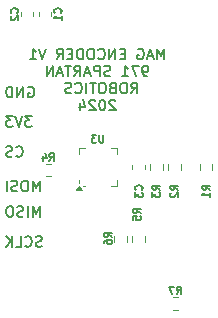
<source format=gbr>
%TF.GenerationSoftware,KiCad,Pcbnew,8.0.4-8.0.4-0~ubuntu22.04.1*%
%TF.CreationDate,2024-08-24T22:10:27-07:00*%
%TF.ProjectId,mag-encoder,6d61672d-656e-4636-9f64-65722e6b6963,0*%
%TF.SameCoordinates,Original*%
%TF.FileFunction,Legend,Bot*%
%TF.FilePolarity,Positive*%
%FSLAX46Y46*%
G04 Gerber Fmt 4.6, Leading zero omitted, Abs format (unit mm)*
G04 Created by KiCad (PCBNEW 8.0.4-8.0.4-0~ubuntu22.04.1) date 2024-08-24 22:10:27*
%MOMM*%
%LPD*%
G01*
G04 APERTURE LIST*
%ADD10C,0.152400*%
%ADD11C,0.127000*%
%ADD12C,0.120000*%
G04 APERTURE END LIST*
D10*
X223620263Y-122619677D02*
X223662596Y-122662011D01*
X223662596Y-122662011D02*
X223789596Y-122704344D01*
X223789596Y-122704344D02*
X223874263Y-122704344D01*
X223874263Y-122704344D02*
X224001263Y-122662011D01*
X224001263Y-122662011D02*
X224085930Y-122577344D01*
X224085930Y-122577344D02*
X224128263Y-122492677D01*
X224128263Y-122492677D02*
X224170596Y-122323344D01*
X224170596Y-122323344D02*
X224170596Y-122196344D01*
X224170596Y-122196344D02*
X224128263Y-122027011D01*
X224128263Y-122027011D02*
X224085930Y-121942344D01*
X224085930Y-121942344D02*
X224001263Y-121857677D01*
X224001263Y-121857677D02*
X223874263Y-121815344D01*
X223874263Y-121815344D02*
X223789596Y-121815344D01*
X223789596Y-121815344D02*
X223662596Y-121857677D01*
X223662596Y-121857677D02*
X223620263Y-121900011D01*
X223281596Y-122662011D02*
X223154596Y-122704344D01*
X223154596Y-122704344D02*
X222942930Y-122704344D01*
X222942930Y-122704344D02*
X222858263Y-122662011D01*
X222858263Y-122662011D02*
X222815930Y-122619677D01*
X222815930Y-122619677D02*
X222773596Y-122535011D01*
X222773596Y-122535011D02*
X222773596Y-122450344D01*
X222773596Y-122450344D02*
X222815930Y-122365677D01*
X222815930Y-122365677D02*
X222858263Y-122323344D01*
X222858263Y-122323344D02*
X222942930Y-122281011D01*
X222942930Y-122281011D02*
X223112263Y-122238677D01*
X223112263Y-122238677D02*
X223196930Y-122196344D01*
X223196930Y-122196344D02*
X223239263Y-122154011D01*
X223239263Y-122154011D02*
X223281596Y-122069344D01*
X223281596Y-122069344D02*
X223281596Y-121984677D01*
X223281596Y-121984677D02*
X223239263Y-121900011D01*
X223239263Y-121900011D02*
X223196930Y-121857677D01*
X223196930Y-121857677D02*
X223112263Y-121815344D01*
X223112263Y-121815344D02*
X222900596Y-121815344D01*
X222900596Y-121815344D02*
X222773596Y-121857677D01*
X224636262Y-116803077D02*
X224720929Y-116760744D01*
X224720929Y-116760744D02*
X224847929Y-116760744D01*
X224847929Y-116760744D02*
X224974929Y-116803077D01*
X224974929Y-116803077D02*
X225059596Y-116887744D01*
X225059596Y-116887744D02*
X225101929Y-116972411D01*
X225101929Y-116972411D02*
X225144262Y-117141744D01*
X225144262Y-117141744D02*
X225144262Y-117268744D01*
X225144262Y-117268744D02*
X225101929Y-117438077D01*
X225101929Y-117438077D02*
X225059596Y-117522744D01*
X225059596Y-117522744D02*
X224974929Y-117607411D01*
X224974929Y-117607411D02*
X224847929Y-117649744D01*
X224847929Y-117649744D02*
X224763262Y-117649744D01*
X224763262Y-117649744D02*
X224636262Y-117607411D01*
X224636262Y-117607411D02*
X224593929Y-117565077D01*
X224593929Y-117565077D02*
X224593929Y-117268744D01*
X224593929Y-117268744D02*
X224763262Y-117268744D01*
X224212929Y-117649744D02*
X224212929Y-116760744D01*
X224212929Y-116760744D02*
X223704929Y-117649744D01*
X223704929Y-117649744D02*
X223704929Y-116760744D01*
X223281596Y-117649744D02*
X223281596Y-116760744D01*
X223281596Y-116760744D02*
X223069929Y-116760744D01*
X223069929Y-116760744D02*
X222942929Y-116803077D01*
X222942929Y-116803077D02*
X222858263Y-116887744D01*
X222858263Y-116887744D02*
X222815929Y-116972411D01*
X222815929Y-116972411D02*
X222773596Y-117141744D01*
X222773596Y-117141744D02*
X222773596Y-117268744D01*
X222773596Y-117268744D02*
X222815929Y-117438077D01*
X222815929Y-117438077D02*
X222858263Y-117522744D01*
X222858263Y-117522744D02*
X222942929Y-117607411D01*
X222942929Y-117607411D02*
X223069929Y-117649744D01*
X223069929Y-117649744D02*
X223281596Y-117649744D01*
X225609929Y-127784344D02*
X225609929Y-126895344D01*
X225609929Y-126895344D02*
X225313596Y-127530344D01*
X225313596Y-127530344D02*
X225017262Y-126895344D01*
X225017262Y-126895344D02*
X225017262Y-127784344D01*
X224593929Y-127784344D02*
X224593929Y-126895344D01*
X224212929Y-127742011D02*
X224085929Y-127784344D01*
X224085929Y-127784344D02*
X223874263Y-127784344D01*
X223874263Y-127784344D02*
X223789596Y-127742011D01*
X223789596Y-127742011D02*
X223747263Y-127699677D01*
X223747263Y-127699677D02*
X223704929Y-127615011D01*
X223704929Y-127615011D02*
X223704929Y-127530344D01*
X223704929Y-127530344D02*
X223747263Y-127445677D01*
X223747263Y-127445677D02*
X223789596Y-127403344D01*
X223789596Y-127403344D02*
X223874263Y-127361011D01*
X223874263Y-127361011D02*
X224043596Y-127318677D01*
X224043596Y-127318677D02*
X224128263Y-127276344D01*
X224128263Y-127276344D02*
X224170596Y-127234011D01*
X224170596Y-127234011D02*
X224212929Y-127149344D01*
X224212929Y-127149344D02*
X224212929Y-127064677D01*
X224212929Y-127064677D02*
X224170596Y-126980011D01*
X224170596Y-126980011D02*
X224128263Y-126937677D01*
X224128263Y-126937677D02*
X224043596Y-126895344D01*
X224043596Y-126895344D02*
X223831929Y-126895344D01*
X223831929Y-126895344D02*
X223704929Y-126937677D01*
X223154596Y-126895344D02*
X222985262Y-126895344D01*
X222985262Y-126895344D02*
X222900596Y-126937677D01*
X222900596Y-126937677D02*
X222815929Y-127022344D01*
X222815929Y-127022344D02*
X222773596Y-127191677D01*
X222773596Y-127191677D02*
X222773596Y-127488011D01*
X222773596Y-127488011D02*
X222815929Y-127657344D01*
X222815929Y-127657344D02*
X222900596Y-127742011D01*
X222900596Y-127742011D02*
X222985262Y-127784344D01*
X222985262Y-127784344D02*
X223154596Y-127784344D01*
X223154596Y-127784344D02*
X223239262Y-127742011D01*
X223239262Y-127742011D02*
X223323929Y-127657344D01*
X223323929Y-127657344D02*
X223366262Y-127488011D01*
X223366262Y-127488011D02*
X223366262Y-127191677D01*
X223366262Y-127191677D02*
X223323929Y-127022344D01*
X223323929Y-127022344D02*
X223239262Y-126937677D01*
X223239262Y-126937677D02*
X223154596Y-126895344D01*
X224932597Y-119275344D02*
X224382263Y-119275344D01*
X224382263Y-119275344D02*
X224678597Y-119614011D01*
X224678597Y-119614011D02*
X224551597Y-119614011D01*
X224551597Y-119614011D02*
X224466930Y-119656344D01*
X224466930Y-119656344D02*
X224424597Y-119698677D01*
X224424597Y-119698677D02*
X224382263Y-119783344D01*
X224382263Y-119783344D02*
X224382263Y-119995011D01*
X224382263Y-119995011D02*
X224424597Y-120079677D01*
X224424597Y-120079677D02*
X224466930Y-120122011D01*
X224466930Y-120122011D02*
X224551597Y-120164344D01*
X224551597Y-120164344D02*
X224805597Y-120164344D01*
X224805597Y-120164344D02*
X224890263Y-120122011D01*
X224890263Y-120122011D02*
X224932597Y-120079677D01*
X224128263Y-119275344D02*
X223831930Y-120164344D01*
X223831930Y-120164344D02*
X223535596Y-119275344D01*
X223323930Y-119275344D02*
X222773596Y-119275344D01*
X222773596Y-119275344D02*
X223069930Y-119614011D01*
X223069930Y-119614011D02*
X222942930Y-119614011D01*
X222942930Y-119614011D02*
X222858263Y-119656344D01*
X222858263Y-119656344D02*
X222815930Y-119698677D01*
X222815930Y-119698677D02*
X222773596Y-119783344D01*
X222773596Y-119783344D02*
X222773596Y-119995011D01*
X222773596Y-119995011D02*
X222815930Y-120079677D01*
X222815930Y-120079677D02*
X222858263Y-120122011D01*
X222858263Y-120122011D02*
X222942930Y-120164344D01*
X222942930Y-120164344D02*
X223196930Y-120164344D01*
X223196930Y-120164344D02*
X223281596Y-120122011D01*
X223281596Y-120122011D02*
X223323930Y-120079677D01*
X236177665Y-114461408D02*
X236177665Y-113572408D01*
X236177665Y-113572408D02*
X235881332Y-114207408D01*
X235881332Y-114207408D02*
X235584998Y-113572408D01*
X235584998Y-113572408D02*
X235584998Y-114461408D01*
X235203998Y-114207408D02*
X234780665Y-114207408D01*
X235288665Y-114461408D02*
X234992332Y-113572408D01*
X234992332Y-113572408D02*
X234695998Y-114461408D01*
X233933998Y-113614741D02*
X234018665Y-113572408D01*
X234018665Y-113572408D02*
X234145665Y-113572408D01*
X234145665Y-113572408D02*
X234272665Y-113614741D01*
X234272665Y-113614741D02*
X234357332Y-113699408D01*
X234357332Y-113699408D02*
X234399665Y-113784075D01*
X234399665Y-113784075D02*
X234441998Y-113953408D01*
X234441998Y-113953408D02*
X234441998Y-114080408D01*
X234441998Y-114080408D02*
X234399665Y-114249741D01*
X234399665Y-114249741D02*
X234357332Y-114334408D01*
X234357332Y-114334408D02*
X234272665Y-114419075D01*
X234272665Y-114419075D02*
X234145665Y-114461408D01*
X234145665Y-114461408D02*
X234060998Y-114461408D01*
X234060998Y-114461408D02*
X233933998Y-114419075D01*
X233933998Y-114419075D02*
X233891665Y-114376741D01*
X233891665Y-114376741D02*
X233891665Y-114080408D01*
X233891665Y-114080408D02*
X234060998Y-114080408D01*
X232833332Y-113995741D02*
X232536999Y-113995741D01*
X232409999Y-114461408D02*
X232833332Y-114461408D01*
X232833332Y-114461408D02*
X232833332Y-113572408D01*
X232833332Y-113572408D02*
X232409999Y-113572408D01*
X232028999Y-114461408D02*
X232028999Y-113572408D01*
X232028999Y-113572408D02*
X231520999Y-114461408D01*
X231520999Y-114461408D02*
X231520999Y-113572408D01*
X230589666Y-114376741D02*
X230631999Y-114419075D01*
X230631999Y-114419075D02*
X230758999Y-114461408D01*
X230758999Y-114461408D02*
X230843666Y-114461408D01*
X230843666Y-114461408D02*
X230970666Y-114419075D01*
X230970666Y-114419075D02*
X231055333Y-114334408D01*
X231055333Y-114334408D02*
X231097666Y-114249741D01*
X231097666Y-114249741D02*
X231139999Y-114080408D01*
X231139999Y-114080408D02*
X231139999Y-113953408D01*
X231139999Y-113953408D02*
X231097666Y-113784075D01*
X231097666Y-113784075D02*
X231055333Y-113699408D01*
X231055333Y-113699408D02*
X230970666Y-113614741D01*
X230970666Y-113614741D02*
X230843666Y-113572408D01*
X230843666Y-113572408D02*
X230758999Y-113572408D01*
X230758999Y-113572408D02*
X230631999Y-113614741D01*
X230631999Y-113614741D02*
X230589666Y-113657075D01*
X230039333Y-113572408D02*
X229869999Y-113572408D01*
X229869999Y-113572408D02*
X229785333Y-113614741D01*
X229785333Y-113614741D02*
X229700666Y-113699408D01*
X229700666Y-113699408D02*
X229658333Y-113868741D01*
X229658333Y-113868741D02*
X229658333Y-114165075D01*
X229658333Y-114165075D02*
X229700666Y-114334408D01*
X229700666Y-114334408D02*
X229785333Y-114419075D01*
X229785333Y-114419075D02*
X229869999Y-114461408D01*
X229869999Y-114461408D02*
X230039333Y-114461408D01*
X230039333Y-114461408D02*
X230123999Y-114419075D01*
X230123999Y-114419075D02*
X230208666Y-114334408D01*
X230208666Y-114334408D02*
X230250999Y-114165075D01*
X230250999Y-114165075D02*
X230250999Y-113868741D01*
X230250999Y-113868741D02*
X230208666Y-113699408D01*
X230208666Y-113699408D02*
X230123999Y-113614741D01*
X230123999Y-113614741D02*
X230039333Y-113572408D01*
X229277333Y-114461408D02*
X229277333Y-113572408D01*
X229277333Y-113572408D02*
X229065666Y-113572408D01*
X229065666Y-113572408D02*
X228938666Y-113614741D01*
X228938666Y-113614741D02*
X228854000Y-113699408D01*
X228854000Y-113699408D02*
X228811666Y-113784075D01*
X228811666Y-113784075D02*
X228769333Y-113953408D01*
X228769333Y-113953408D02*
X228769333Y-114080408D01*
X228769333Y-114080408D02*
X228811666Y-114249741D01*
X228811666Y-114249741D02*
X228854000Y-114334408D01*
X228854000Y-114334408D02*
X228938666Y-114419075D01*
X228938666Y-114419075D02*
X229065666Y-114461408D01*
X229065666Y-114461408D02*
X229277333Y-114461408D01*
X228388333Y-113995741D02*
X228092000Y-113995741D01*
X227965000Y-114461408D02*
X228388333Y-114461408D01*
X228388333Y-114461408D02*
X228388333Y-113572408D01*
X228388333Y-113572408D02*
X227965000Y-113572408D01*
X227076000Y-114461408D02*
X227372333Y-114038075D01*
X227584000Y-114461408D02*
X227584000Y-113572408D01*
X227584000Y-113572408D02*
X227245333Y-113572408D01*
X227245333Y-113572408D02*
X227160667Y-113614741D01*
X227160667Y-113614741D02*
X227118333Y-113657075D01*
X227118333Y-113657075D02*
X227076000Y-113741741D01*
X227076000Y-113741741D02*
X227076000Y-113868741D01*
X227076000Y-113868741D02*
X227118333Y-113953408D01*
X227118333Y-113953408D02*
X227160667Y-113995741D01*
X227160667Y-113995741D02*
X227245333Y-114038075D01*
X227245333Y-114038075D02*
X227584000Y-114038075D01*
X226144667Y-113572408D02*
X225848334Y-114461408D01*
X225848334Y-114461408D02*
X225552000Y-113572408D01*
X224790000Y-114461408D02*
X225298000Y-114461408D01*
X225044000Y-114461408D02*
X225044000Y-113572408D01*
X225044000Y-113572408D02*
X225128667Y-113699408D01*
X225128667Y-113699408D02*
X225213334Y-113784075D01*
X225213334Y-113784075D02*
X225298000Y-113826408D01*
X234738333Y-115892648D02*
X234568999Y-115892648D01*
X234568999Y-115892648D02*
X234484333Y-115850315D01*
X234484333Y-115850315D02*
X234441999Y-115807981D01*
X234441999Y-115807981D02*
X234357333Y-115680981D01*
X234357333Y-115680981D02*
X234314999Y-115511648D01*
X234314999Y-115511648D02*
X234314999Y-115172981D01*
X234314999Y-115172981D02*
X234357333Y-115088315D01*
X234357333Y-115088315D02*
X234399666Y-115045981D01*
X234399666Y-115045981D02*
X234484333Y-115003648D01*
X234484333Y-115003648D02*
X234653666Y-115003648D01*
X234653666Y-115003648D02*
X234738333Y-115045981D01*
X234738333Y-115045981D02*
X234780666Y-115088315D01*
X234780666Y-115088315D02*
X234822999Y-115172981D01*
X234822999Y-115172981D02*
X234822999Y-115384648D01*
X234822999Y-115384648D02*
X234780666Y-115469315D01*
X234780666Y-115469315D02*
X234738333Y-115511648D01*
X234738333Y-115511648D02*
X234653666Y-115553981D01*
X234653666Y-115553981D02*
X234484333Y-115553981D01*
X234484333Y-115553981D02*
X234399666Y-115511648D01*
X234399666Y-115511648D02*
X234357333Y-115469315D01*
X234357333Y-115469315D02*
X234314999Y-115384648D01*
X234018666Y-115003648D02*
X233425999Y-115003648D01*
X233425999Y-115003648D02*
X233806999Y-115892648D01*
X232621665Y-115892648D02*
X233129665Y-115892648D01*
X232875665Y-115892648D02*
X232875665Y-115003648D01*
X232875665Y-115003648D02*
X232960332Y-115130648D01*
X232960332Y-115130648D02*
X233044999Y-115215315D01*
X233044999Y-115215315D02*
X233129665Y-115257648D01*
X231605665Y-115850315D02*
X231478665Y-115892648D01*
X231478665Y-115892648D02*
X231266999Y-115892648D01*
X231266999Y-115892648D02*
X231182332Y-115850315D01*
X231182332Y-115850315D02*
X231139999Y-115807981D01*
X231139999Y-115807981D02*
X231097665Y-115723315D01*
X231097665Y-115723315D02*
X231097665Y-115638648D01*
X231097665Y-115638648D02*
X231139999Y-115553981D01*
X231139999Y-115553981D02*
X231182332Y-115511648D01*
X231182332Y-115511648D02*
X231266999Y-115469315D01*
X231266999Y-115469315D02*
X231436332Y-115426981D01*
X231436332Y-115426981D02*
X231520999Y-115384648D01*
X231520999Y-115384648D02*
X231563332Y-115342315D01*
X231563332Y-115342315D02*
X231605665Y-115257648D01*
X231605665Y-115257648D02*
X231605665Y-115172981D01*
X231605665Y-115172981D02*
X231563332Y-115088315D01*
X231563332Y-115088315D02*
X231520999Y-115045981D01*
X231520999Y-115045981D02*
X231436332Y-115003648D01*
X231436332Y-115003648D02*
X231224665Y-115003648D01*
X231224665Y-115003648D02*
X231097665Y-115045981D01*
X230716665Y-115892648D02*
X230716665Y-115003648D01*
X230716665Y-115003648D02*
X230377998Y-115003648D01*
X230377998Y-115003648D02*
X230293332Y-115045981D01*
X230293332Y-115045981D02*
X230250998Y-115088315D01*
X230250998Y-115088315D02*
X230208665Y-115172981D01*
X230208665Y-115172981D02*
X230208665Y-115299981D01*
X230208665Y-115299981D02*
X230250998Y-115384648D01*
X230250998Y-115384648D02*
X230293332Y-115426981D01*
X230293332Y-115426981D02*
X230377998Y-115469315D01*
X230377998Y-115469315D02*
X230716665Y-115469315D01*
X229869998Y-115638648D02*
X229446665Y-115638648D01*
X229954665Y-115892648D02*
X229658332Y-115003648D01*
X229658332Y-115003648D02*
X229361998Y-115892648D01*
X228557665Y-115892648D02*
X228853998Y-115469315D01*
X229065665Y-115892648D02*
X229065665Y-115003648D01*
X229065665Y-115003648D02*
X228726998Y-115003648D01*
X228726998Y-115003648D02*
X228642332Y-115045981D01*
X228642332Y-115045981D02*
X228599998Y-115088315D01*
X228599998Y-115088315D02*
X228557665Y-115172981D01*
X228557665Y-115172981D02*
X228557665Y-115299981D01*
X228557665Y-115299981D02*
X228599998Y-115384648D01*
X228599998Y-115384648D02*
X228642332Y-115426981D01*
X228642332Y-115426981D02*
X228726998Y-115469315D01*
X228726998Y-115469315D02*
X229065665Y-115469315D01*
X228303665Y-115003648D02*
X227795665Y-115003648D01*
X228049665Y-115892648D02*
X228049665Y-115003648D01*
X227541665Y-115638648D02*
X227118332Y-115638648D01*
X227626332Y-115892648D02*
X227329999Y-115003648D01*
X227329999Y-115003648D02*
X227033665Y-115892648D01*
X226737332Y-115892648D02*
X226737332Y-115003648D01*
X226737332Y-115003648D02*
X226229332Y-115892648D01*
X226229332Y-115892648D02*
X226229332Y-115003648D01*
X233362499Y-117323888D02*
X233658832Y-116900555D01*
X233870499Y-117323888D02*
X233870499Y-116434888D01*
X233870499Y-116434888D02*
X233531832Y-116434888D01*
X233531832Y-116434888D02*
X233447166Y-116477221D01*
X233447166Y-116477221D02*
X233404832Y-116519555D01*
X233404832Y-116519555D02*
X233362499Y-116604221D01*
X233362499Y-116604221D02*
X233362499Y-116731221D01*
X233362499Y-116731221D02*
X233404832Y-116815888D01*
X233404832Y-116815888D02*
X233447166Y-116858221D01*
X233447166Y-116858221D02*
X233531832Y-116900555D01*
X233531832Y-116900555D02*
X233870499Y-116900555D01*
X232812166Y-116434888D02*
X232642832Y-116434888D01*
X232642832Y-116434888D02*
X232558166Y-116477221D01*
X232558166Y-116477221D02*
X232473499Y-116561888D01*
X232473499Y-116561888D02*
X232431166Y-116731221D01*
X232431166Y-116731221D02*
X232431166Y-117027555D01*
X232431166Y-117027555D02*
X232473499Y-117196888D01*
X232473499Y-117196888D02*
X232558166Y-117281555D01*
X232558166Y-117281555D02*
X232642832Y-117323888D01*
X232642832Y-117323888D02*
X232812166Y-117323888D01*
X232812166Y-117323888D02*
X232896832Y-117281555D01*
X232896832Y-117281555D02*
X232981499Y-117196888D01*
X232981499Y-117196888D02*
X233023832Y-117027555D01*
X233023832Y-117027555D02*
X233023832Y-116731221D01*
X233023832Y-116731221D02*
X232981499Y-116561888D01*
X232981499Y-116561888D02*
X232896832Y-116477221D01*
X232896832Y-116477221D02*
X232812166Y-116434888D01*
X231753833Y-116858221D02*
X231626833Y-116900555D01*
X231626833Y-116900555D02*
X231584499Y-116942888D01*
X231584499Y-116942888D02*
X231542166Y-117027555D01*
X231542166Y-117027555D02*
X231542166Y-117154555D01*
X231542166Y-117154555D02*
X231584499Y-117239221D01*
X231584499Y-117239221D02*
X231626833Y-117281555D01*
X231626833Y-117281555D02*
X231711499Y-117323888D01*
X231711499Y-117323888D02*
X232050166Y-117323888D01*
X232050166Y-117323888D02*
X232050166Y-116434888D01*
X232050166Y-116434888D02*
X231753833Y-116434888D01*
X231753833Y-116434888D02*
X231669166Y-116477221D01*
X231669166Y-116477221D02*
X231626833Y-116519555D01*
X231626833Y-116519555D02*
X231584499Y-116604221D01*
X231584499Y-116604221D02*
X231584499Y-116688888D01*
X231584499Y-116688888D02*
X231626833Y-116773555D01*
X231626833Y-116773555D02*
X231669166Y-116815888D01*
X231669166Y-116815888D02*
X231753833Y-116858221D01*
X231753833Y-116858221D02*
X232050166Y-116858221D01*
X230991833Y-116434888D02*
X230822499Y-116434888D01*
X230822499Y-116434888D02*
X230737833Y-116477221D01*
X230737833Y-116477221D02*
X230653166Y-116561888D01*
X230653166Y-116561888D02*
X230610833Y-116731221D01*
X230610833Y-116731221D02*
X230610833Y-117027555D01*
X230610833Y-117027555D02*
X230653166Y-117196888D01*
X230653166Y-117196888D02*
X230737833Y-117281555D01*
X230737833Y-117281555D02*
X230822499Y-117323888D01*
X230822499Y-117323888D02*
X230991833Y-117323888D01*
X230991833Y-117323888D02*
X231076499Y-117281555D01*
X231076499Y-117281555D02*
X231161166Y-117196888D01*
X231161166Y-117196888D02*
X231203499Y-117027555D01*
X231203499Y-117027555D02*
X231203499Y-116731221D01*
X231203499Y-116731221D02*
X231161166Y-116561888D01*
X231161166Y-116561888D02*
X231076499Y-116477221D01*
X231076499Y-116477221D02*
X230991833Y-116434888D01*
X230356833Y-116434888D02*
X229848833Y-116434888D01*
X230102833Y-117323888D02*
X230102833Y-116434888D01*
X229552500Y-117323888D02*
X229552500Y-116434888D01*
X228621167Y-117239221D02*
X228663500Y-117281555D01*
X228663500Y-117281555D02*
X228790500Y-117323888D01*
X228790500Y-117323888D02*
X228875167Y-117323888D01*
X228875167Y-117323888D02*
X229002167Y-117281555D01*
X229002167Y-117281555D02*
X229086834Y-117196888D01*
X229086834Y-117196888D02*
X229129167Y-117112221D01*
X229129167Y-117112221D02*
X229171500Y-116942888D01*
X229171500Y-116942888D02*
X229171500Y-116815888D01*
X229171500Y-116815888D02*
X229129167Y-116646555D01*
X229129167Y-116646555D02*
X229086834Y-116561888D01*
X229086834Y-116561888D02*
X229002167Y-116477221D01*
X229002167Y-116477221D02*
X228875167Y-116434888D01*
X228875167Y-116434888D02*
X228790500Y-116434888D01*
X228790500Y-116434888D02*
X228663500Y-116477221D01*
X228663500Y-116477221D02*
X228621167Y-116519555D01*
X228282500Y-117281555D02*
X228155500Y-117323888D01*
X228155500Y-117323888D02*
X227943834Y-117323888D01*
X227943834Y-117323888D02*
X227859167Y-117281555D01*
X227859167Y-117281555D02*
X227816834Y-117239221D01*
X227816834Y-117239221D02*
X227774500Y-117154555D01*
X227774500Y-117154555D02*
X227774500Y-117069888D01*
X227774500Y-117069888D02*
X227816834Y-116985221D01*
X227816834Y-116985221D02*
X227859167Y-116942888D01*
X227859167Y-116942888D02*
X227943834Y-116900555D01*
X227943834Y-116900555D02*
X228113167Y-116858221D01*
X228113167Y-116858221D02*
X228197834Y-116815888D01*
X228197834Y-116815888D02*
X228240167Y-116773555D01*
X228240167Y-116773555D02*
X228282500Y-116688888D01*
X228282500Y-116688888D02*
X228282500Y-116604221D01*
X228282500Y-116604221D02*
X228240167Y-116519555D01*
X228240167Y-116519555D02*
X228197834Y-116477221D01*
X228197834Y-116477221D02*
X228113167Y-116434888D01*
X228113167Y-116434888D02*
X227901500Y-116434888D01*
X227901500Y-116434888D02*
X227774500Y-116477221D01*
X232029000Y-117950795D02*
X231986667Y-117908461D01*
X231986667Y-117908461D02*
X231902000Y-117866128D01*
X231902000Y-117866128D02*
X231690334Y-117866128D01*
X231690334Y-117866128D02*
X231605667Y-117908461D01*
X231605667Y-117908461D02*
X231563334Y-117950795D01*
X231563334Y-117950795D02*
X231521000Y-118035461D01*
X231521000Y-118035461D02*
X231521000Y-118120128D01*
X231521000Y-118120128D02*
X231563334Y-118247128D01*
X231563334Y-118247128D02*
X232071334Y-118755128D01*
X232071334Y-118755128D02*
X231521000Y-118755128D01*
X230970667Y-117866128D02*
X230886000Y-117866128D01*
X230886000Y-117866128D02*
X230801333Y-117908461D01*
X230801333Y-117908461D02*
X230759000Y-117950795D01*
X230759000Y-117950795D02*
X230716667Y-118035461D01*
X230716667Y-118035461D02*
X230674333Y-118204795D01*
X230674333Y-118204795D02*
X230674333Y-118416461D01*
X230674333Y-118416461D02*
X230716667Y-118585795D01*
X230716667Y-118585795D02*
X230759000Y-118670461D01*
X230759000Y-118670461D02*
X230801333Y-118712795D01*
X230801333Y-118712795D02*
X230886000Y-118755128D01*
X230886000Y-118755128D02*
X230970667Y-118755128D01*
X230970667Y-118755128D02*
X231055333Y-118712795D01*
X231055333Y-118712795D02*
X231097667Y-118670461D01*
X231097667Y-118670461D02*
X231140000Y-118585795D01*
X231140000Y-118585795D02*
X231182333Y-118416461D01*
X231182333Y-118416461D02*
X231182333Y-118204795D01*
X231182333Y-118204795D02*
X231140000Y-118035461D01*
X231140000Y-118035461D02*
X231097667Y-117950795D01*
X231097667Y-117950795D02*
X231055333Y-117908461D01*
X231055333Y-117908461D02*
X230970667Y-117866128D01*
X230335666Y-117950795D02*
X230293333Y-117908461D01*
X230293333Y-117908461D02*
X230208666Y-117866128D01*
X230208666Y-117866128D02*
X229997000Y-117866128D01*
X229997000Y-117866128D02*
X229912333Y-117908461D01*
X229912333Y-117908461D02*
X229870000Y-117950795D01*
X229870000Y-117950795D02*
X229827666Y-118035461D01*
X229827666Y-118035461D02*
X229827666Y-118120128D01*
X229827666Y-118120128D02*
X229870000Y-118247128D01*
X229870000Y-118247128D02*
X230378000Y-118755128D01*
X230378000Y-118755128D02*
X229827666Y-118755128D01*
X229065666Y-118162461D02*
X229065666Y-118755128D01*
X229277333Y-117823795D02*
X229488999Y-118458795D01*
X229488999Y-118458795D02*
X228938666Y-118458795D01*
X225609929Y-125625344D02*
X225609929Y-124736344D01*
X225609929Y-124736344D02*
X225313596Y-125371344D01*
X225313596Y-125371344D02*
X225017262Y-124736344D01*
X225017262Y-124736344D02*
X225017262Y-125625344D01*
X224424596Y-124736344D02*
X224255262Y-124736344D01*
X224255262Y-124736344D02*
X224170596Y-124778677D01*
X224170596Y-124778677D02*
X224085929Y-124863344D01*
X224085929Y-124863344D02*
X224043596Y-125032677D01*
X224043596Y-125032677D02*
X224043596Y-125329011D01*
X224043596Y-125329011D02*
X224085929Y-125498344D01*
X224085929Y-125498344D02*
X224170596Y-125583011D01*
X224170596Y-125583011D02*
X224255262Y-125625344D01*
X224255262Y-125625344D02*
X224424596Y-125625344D01*
X224424596Y-125625344D02*
X224509262Y-125583011D01*
X224509262Y-125583011D02*
X224593929Y-125498344D01*
X224593929Y-125498344D02*
X224636262Y-125329011D01*
X224636262Y-125329011D02*
X224636262Y-125032677D01*
X224636262Y-125032677D02*
X224593929Y-124863344D01*
X224593929Y-124863344D02*
X224509262Y-124778677D01*
X224509262Y-124778677D02*
X224424596Y-124736344D01*
X223704929Y-125583011D02*
X223577929Y-125625344D01*
X223577929Y-125625344D02*
X223366263Y-125625344D01*
X223366263Y-125625344D02*
X223281596Y-125583011D01*
X223281596Y-125583011D02*
X223239263Y-125540677D01*
X223239263Y-125540677D02*
X223196929Y-125456011D01*
X223196929Y-125456011D02*
X223196929Y-125371344D01*
X223196929Y-125371344D02*
X223239263Y-125286677D01*
X223239263Y-125286677D02*
X223281596Y-125244344D01*
X223281596Y-125244344D02*
X223366263Y-125202011D01*
X223366263Y-125202011D02*
X223535596Y-125159677D01*
X223535596Y-125159677D02*
X223620263Y-125117344D01*
X223620263Y-125117344D02*
X223662596Y-125075011D01*
X223662596Y-125075011D02*
X223704929Y-124990344D01*
X223704929Y-124990344D02*
X223704929Y-124905677D01*
X223704929Y-124905677D02*
X223662596Y-124821011D01*
X223662596Y-124821011D02*
X223620263Y-124778677D01*
X223620263Y-124778677D02*
X223535596Y-124736344D01*
X223535596Y-124736344D02*
X223323929Y-124736344D01*
X223323929Y-124736344D02*
X223196929Y-124778677D01*
X222815929Y-125625344D02*
X222815929Y-124736344D01*
X225779263Y-130282011D02*
X225652263Y-130324344D01*
X225652263Y-130324344D02*
X225440597Y-130324344D01*
X225440597Y-130324344D02*
X225355930Y-130282011D01*
X225355930Y-130282011D02*
X225313597Y-130239677D01*
X225313597Y-130239677D02*
X225271263Y-130155011D01*
X225271263Y-130155011D02*
X225271263Y-130070344D01*
X225271263Y-130070344D02*
X225313597Y-129985677D01*
X225313597Y-129985677D02*
X225355930Y-129943344D01*
X225355930Y-129943344D02*
X225440597Y-129901011D01*
X225440597Y-129901011D02*
X225609930Y-129858677D01*
X225609930Y-129858677D02*
X225694597Y-129816344D01*
X225694597Y-129816344D02*
X225736930Y-129774011D01*
X225736930Y-129774011D02*
X225779263Y-129689344D01*
X225779263Y-129689344D02*
X225779263Y-129604677D01*
X225779263Y-129604677D02*
X225736930Y-129520011D01*
X225736930Y-129520011D02*
X225694597Y-129477677D01*
X225694597Y-129477677D02*
X225609930Y-129435344D01*
X225609930Y-129435344D02*
X225398263Y-129435344D01*
X225398263Y-129435344D02*
X225271263Y-129477677D01*
X224382263Y-130239677D02*
X224424596Y-130282011D01*
X224424596Y-130282011D02*
X224551596Y-130324344D01*
X224551596Y-130324344D02*
X224636263Y-130324344D01*
X224636263Y-130324344D02*
X224763263Y-130282011D01*
X224763263Y-130282011D02*
X224847930Y-130197344D01*
X224847930Y-130197344D02*
X224890263Y-130112677D01*
X224890263Y-130112677D02*
X224932596Y-129943344D01*
X224932596Y-129943344D02*
X224932596Y-129816344D01*
X224932596Y-129816344D02*
X224890263Y-129647011D01*
X224890263Y-129647011D02*
X224847930Y-129562344D01*
X224847930Y-129562344D02*
X224763263Y-129477677D01*
X224763263Y-129477677D02*
X224636263Y-129435344D01*
X224636263Y-129435344D02*
X224551596Y-129435344D01*
X224551596Y-129435344D02*
X224424596Y-129477677D01*
X224424596Y-129477677D02*
X224382263Y-129520011D01*
X223577930Y-130324344D02*
X224001263Y-130324344D01*
X224001263Y-130324344D02*
X224001263Y-129435344D01*
X223281596Y-130324344D02*
X223281596Y-129435344D01*
X222773596Y-130324344D02*
X223154596Y-129816344D01*
X222773596Y-129435344D02*
X223281596Y-129943344D01*
D11*
X226445233Y-123019959D02*
X226656900Y-122717578D01*
X226808090Y-123019959D02*
X226808090Y-122384959D01*
X226808090Y-122384959D02*
X226566185Y-122384959D01*
X226566185Y-122384959D02*
X226505709Y-122415197D01*
X226505709Y-122415197D02*
X226475471Y-122445435D01*
X226475471Y-122445435D02*
X226445233Y-122505911D01*
X226445233Y-122505911D02*
X226445233Y-122596625D01*
X226445233Y-122596625D02*
X226475471Y-122657101D01*
X226475471Y-122657101D02*
X226505709Y-122687340D01*
X226505709Y-122687340D02*
X226566185Y-122717578D01*
X226566185Y-122717578D02*
X226808090Y-122717578D01*
X225900947Y-122596625D02*
X225900947Y-123019959D01*
X226052138Y-122354721D02*
X226203328Y-122808292D01*
X226203328Y-122808292D02*
X225810233Y-122808292D01*
X234262282Y-125497166D02*
X234292521Y-125466928D01*
X234292521Y-125466928D02*
X234322759Y-125376214D01*
X234322759Y-125376214D02*
X234322759Y-125315738D01*
X234322759Y-125315738D02*
X234292521Y-125225023D01*
X234292521Y-125225023D02*
X234232044Y-125164547D01*
X234232044Y-125164547D02*
X234171568Y-125134309D01*
X234171568Y-125134309D02*
X234050616Y-125104071D01*
X234050616Y-125104071D02*
X233959901Y-125104071D01*
X233959901Y-125104071D02*
X233838949Y-125134309D01*
X233838949Y-125134309D02*
X233778473Y-125164547D01*
X233778473Y-125164547D02*
X233717997Y-125225023D01*
X233717997Y-125225023D02*
X233687759Y-125315738D01*
X233687759Y-125315738D02*
X233687759Y-125376214D01*
X233687759Y-125376214D02*
X233717997Y-125466928D01*
X233717997Y-125466928D02*
X233748235Y-125497166D01*
X233687759Y-125708833D02*
X233687759Y-126101928D01*
X233687759Y-126101928D02*
X233929663Y-125890261D01*
X233929663Y-125890261D02*
X233929663Y-125980976D01*
X233929663Y-125980976D02*
X233959901Y-126041452D01*
X233959901Y-126041452D02*
X233990140Y-126071690D01*
X233990140Y-126071690D02*
X234050616Y-126101928D01*
X234050616Y-126101928D02*
X234201806Y-126101928D01*
X234201806Y-126101928D02*
X234262282Y-126071690D01*
X234262282Y-126071690D02*
X234292521Y-126041452D01*
X234292521Y-126041452D02*
X234322759Y-125980976D01*
X234322759Y-125980976D02*
X234322759Y-125799547D01*
X234322759Y-125799547D02*
X234292521Y-125739071D01*
X234292521Y-125739071D02*
X234262282Y-125708833D01*
X223721282Y-110511166D02*
X223751521Y-110480928D01*
X223751521Y-110480928D02*
X223781759Y-110390214D01*
X223781759Y-110390214D02*
X223781759Y-110329738D01*
X223781759Y-110329738D02*
X223751521Y-110239023D01*
X223751521Y-110239023D02*
X223691044Y-110178547D01*
X223691044Y-110178547D02*
X223630568Y-110148309D01*
X223630568Y-110148309D02*
X223509616Y-110118071D01*
X223509616Y-110118071D02*
X223418901Y-110118071D01*
X223418901Y-110118071D02*
X223297949Y-110148309D01*
X223297949Y-110148309D02*
X223237473Y-110178547D01*
X223237473Y-110178547D02*
X223176997Y-110239023D01*
X223176997Y-110239023D02*
X223146759Y-110329738D01*
X223146759Y-110329738D02*
X223146759Y-110390214D01*
X223146759Y-110390214D02*
X223176997Y-110480928D01*
X223176997Y-110480928D02*
X223207235Y-110511166D01*
X223207235Y-110753071D02*
X223176997Y-110783309D01*
X223176997Y-110783309D02*
X223146759Y-110843785D01*
X223146759Y-110843785D02*
X223146759Y-110994976D01*
X223146759Y-110994976D02*
X223176997Y-111055452D01*
X223176997Y-111055452D02*
X223207235Y-111085690D01*
X223207235Y-111085690D02*
X223267711Y-111115928D01*
X223267711Y-111115928D02*
X223328187Y-111115928D01*
X223328187Y-111115928D02*
X223418901Y-111085690D01*
X223418901Y-111085690D02*
X223781759Y-110722833D01*
X223781759Y-110722833D02*
X223781759Y-111115928D01*
X231706559Y-129484966D02*
X231404178Y-129273299D01*
X231706559Y-129122109D02*
X231071559Y-129122109D01*
X231071559Y-129122109D02*
X231071559Y-129364014D01*
X231071559Y-129364014D02*
X231101797Y-129424490D01*
X231101797Y-129424490D02*
X231132035Y-129454728D01*
X231132035Y-129454728D02*
X231192511Y-129484966D01*
X231192511Y-129484966D02*
X231283225Y-129484966D01*
X231283225Y-129484966D02*
X231343701Y-129454728D01*
X231343701Y-129454728D02*
X231373940Y-129424490D01*
X231373940Y-129424490D02*
X231404178Y-129364014D01*
X231404178Y-129364014D02*
X231404178Y-129122109D01*
X231071559Y-130029252D02*
X231071559Y-129908299D01*
X231071559Y-129908299D02*
X231101797Y-129847823D01*
X231101797Y-129847823D02*
X231132035Y-129817585D01*
X231132035Y-129817585D02*
X231222749Y-129757109D01*
X231222749Y-129757109D02*
X231343701Y-129726871D01*
X231343701Y-129726871D02*
X231585606Y-129726871D01*
X231585606Y-129726871D02*
X231646082Y-129757109D01*
X231646082Y-129757109D02*
X231676321Y-129787347D01*
X231676321Y-129787347D02*
X231706559Y-129847823D01*
X231706559Y-129847823D02*
X231706559Y-129968776D01*
X231706559Y-129968776D02*
X231676321Y-130029252D01*
X231676321Y-130029252D02*
X231646082Y-130059490D01*
X231646082Y-130059490D02*
X231585606Y-130089728D01*
X231585606Y-130089728D02*
X231434416Y-130089728D01*
X231434416Y-130089728D02*
X231373940Y-130059490D01*
X231373940Y-130059490D02*
X231343701Y-130029252D01*
X231343701Y-130029252D02*
X231313463Y-129968776D01*
X231313463Y-129968776D02*
X231313463Y-129847823D01*
X231313463Y-129847823D02*
X231343701Y-129787347D01*
X231343701Y-129787347D02*
X231373940Y-129757109D01*
X231373940Y-129757109D02*
X231434416Y-129726871D01*
X240012359Y-125497166D02*
X239709978Y-125285499D01*
X240012359Y-125134309D02*
X239377359Y-125134309D01*
X239377359Y-125134309D02*
X239377359Y-125376214D01*
X239377359Y-125376214D02*
X239407597Y-125436690D01*
X239407597Y-125436690D02*
X239437835Y-125466928D01*
X239437835Y-125466928D02*
X239498311Y-125497166D01*
X239498311Y-125497166D02*
X239589025Y-125497166D01*
X239589025Y-125497166D02*
X239649501Y-125466928D01*
X239649501Y-125466928D02*
X239679740Y-125436690D01*
X239679740Y-125436690D02*
X239709978Y-125376214D01*
X239709978Y-125376214D02*
X239709978Y-125134309D01*
X240012359Y-126101928D02*
X240012359Y-125739071D01*
X240012359Y-125920499D02*
X239377359Y-125920499D01*
X239377359Y-125920499D02*
X239468073Y-125860023D01*
X239468073Y-125860023D02*
X239528549Y-125799547D01*
X239528549Y-125799547D02*
X239558787Y-125739071D01*
X237319959Y-125497166D02*
X237017578Y-125285499D01*
X237319959Y-125134309D02*
X236684959Y-125134309D01*
X236684959Y-125134309D02*
X236684959Y-125376214D01*
X236684959Y-125376214D02*
X236715197Y-125436690D01*
X236715197Y-125436690D02*
X236745435Y-125466928D01*
X236745435Y-125466928D02*
X236805911Y-125497166D01*
X236805911Y-125497166D02*
X236896625Y-125497166D01*
X236896625Y-125497166D02*
X236957101Y-125466928D01*
X236957101Y-125466928D02*
X236987340Y-125436690D01*
X236987340Y-125436690D02*
X237017578Y-125376214D01*
X237017578Y-125376214D02*
X237017578Y-125134309D01*
X236745435Y-125739071D02*
X236715197Y-125769309D01*
X236715197Y-125769309D02*
X236684959Y-125829785D01*
X236684959Y-125829785D02*
X236684959Y-125980976D01*
X236684959Y-125980976D02*
X236715197Y-126041452D01*
X236715197Y-126041452D02*
X236745435Y-126071690D01*
X236745435Y-126071690D02*
X236805911Y-126101928D01*
X236805911Y-126101928D02*
X236866387Y-126101928D01*
X236866387Y-126101928D02*
X236957101Y-126071690D01*
X236957101Y-126071690D02*
X237319959Y-125708833D01*
X237319959Y-125708833D02*
X237319959Y-126101928D01*
X235795959Y-125497166D02*
X235493578Y-125285499D01*
X235795959Y-125134309D02*
X235160959Y-125134309D01*
X235160959Y-125134309D02*
X235160959Y-125376214D01*
X235160959Y-125376214D02*
X235191197Y-125436690D01*
X235191197Y-125436690D02*
X235221435Y-125466928D01*
X235221435Y-125466928D02*
X235281911Y-125497166D01*
X235281911Y-125497166D02*
X235372625Y-125497166D01*
X235372625Y-125497166D02*
X235433101Y-125466928D01*
X235433101Y-125466928D02*
X235463340Y-125436690D01*
X235463340Y-125436690D02*
X235493578Y-125376214D01*
X235493578Y-125376214D02*
X235493578Y-125134309D01*
X235160959Y-125708833D02*
X235160959Y-126101928D01*
X235160959Y-126101928D02*
X235402863Y-125890261D01*
X235402863Y-125890261D02*
X235402863Y-125980976D01*
X235402863Y-125980976D02*
X235433101Y-126041452D01*
X235433101Y-126041452D02*
X235463340Y-126071690D01*
X235463340Y-126071690D02*
X235523816Y-126101928D01*
X235523816Y-126101928D02*
X235675006Y-126101928D01*
X235675006Y-126101928D02*
X235735482Y-126071690D01*
X235735482Y-126071690D02*
X235765721Y-126041452D01*
X235765721Y-126041452D02*
X235795959Y-125980976D01*
X235795959Y-125980976D02*
X235795959Y-125799547D01*
X235795959Y-125799547D02*
X235765721Y-125739071D01*
X235765721Y-125739071D02*
X235735482Y-125708833D01*
X227404282Y-110511166D02*
X227434521Y-110480928D01*
X227434521Y-110480928D02*
X227464759Y-110390214D01*
X227464759Y-110390214D02*
X227464759Y-110329738D01*
X227464759Y-110329738D02*
X227434521Y-110239023D01*
X227434521Y-110239023D02*
X227374044Y-110178547D01*
X227374044Y-110178547D02*
X227313568Y-110148309D01*
X227313568Y-110148309D02*
X227192616Y-110118071D01*
X227192616Y-110118071D02*
X227101901Y-110118071D01*
X227101901Y-110118071D02*
X226980949Y-110148309D01*
X226980949Y-110148309D02*
X226920473Y-110178547D01*
X226920473Y-110178547D02*
X226859997Y-110239023D01*
X226859997Y-110239023D02*
X226829759Y-110329738D01*
X226829759Y-110329738D02*
X226829759Y-110390214D01*
X226829759Y-110390214D02*
X226859997Y-110480928D01*
X226859997Y-110480928D02*
X226890235Y-110511166D01*
X227464759Y-111115928D02*
X227464759Y-110753071D01*
X227464759Y-110934499D02*
X226829759Y-110934499D01*
X226829759Y-110934499D02*
X226920473Y-110874023D01*
X226920473Y-110874023D02*
X226980949Y-110813547D01*
X226980949Y-110813547D02*
X227011187Y-110753071D01*
X231014209Y-120886359D02*
X231014209Y-121400406D01*
X231014209Y-121400406D02*
X230983971Y-121460882D01*
X230983971Y-121460882D02*
X230953733Y-121491121D01*
X230953733Y-121491121D02*
X230893257Y-121521359D01*
X230893257Y-121521359D02*
X230772304Y-121521359D01*
X230772304Y-121521359D02*
X230711828Y-121491121D01*
X230711828Y-121491121D02*
X230681590Y-121460882D01*
X230681590Y-121460882D02*
X230651352Y-121400406D01*
X230651352Y-121400406D02*
X230651352Y-120886359D01*
X230409447Y-120886359D02*
X230016352Y-120886359D01*
X230016352Y-120886359D02*
X230228019Y-121128263D01*
X230228019Y-121128263D02*
X230137304Y-121128263D01*
X230137304Y-121128263D02*
X230076828Y-121158501D01*
X230076828Y-121158501D02*
X230046590Y-121188740D01*
X230046590Y-121188740D02*
X230016352Y-121249216D01*
X230016352Y-121249216D02*
X230016352Y-121400406D01*
X230016352Y-121400406D02*
X230046590Y-121460882D01*
X230046590Y-121460882D02*
X230076828Y-121491121D01*
X230076828Y-121491121D02*
X230137304Y-121521359D01*
X230137304Y-121521359D02*
X230318733Y-121521359D01*
X230318733Y-121521359D02*
X230379209Y-121491121D01*
X230379209Y-121491121D02*
X230409447Y-121460882D01*
X234170359Y-127478366D02*
X233867978Y-127266699D01*
X234170359Y-127115509D02*
X233535359Y-127115509D01*
X233535359Y-127115509D02*
X233535359Y-127357414D01*
X233535359Y-127357414D02*
X233565597Y-127417890D01*
X233565597Y-127417890D02*
X233595835Y-127448128D01*
X233595835Y-127448128D02*
X233656311Y-127478366D01*
X233656311Y-127478366D02*
X233747025Y-127478366D01*
X233747025Y-127478366D02*
X233807501Y-127448128D01*
X233807501Y-127448128D02*
X233837740Y-127417890D01*
X233837740Y-127417890D02*
X233867978Y-127357414D01*
X233867978Y-127357414D02*
X233867978Y-127115509D01*
X233535359Y-128052890D02*
X233535359Y-127750509D01*
X233535359Y-127750509D02*
X233837740Y-127720271D01*
X233837740Y-127720271D02*
X233807501Y-127750509D01*
X233807501Y-127750509D02*
X233777263Y-127810985D01*
X233777263Y-127810985D02*
X233777263Y-127962176D01*
X233777263Y-127962176D02*
X233807501Y-128022652D01*
X233807501Y-128022652D02*
X233837740Y-128052890D01*
X233837740Y-128052890D02*
X233898216Y-128083128D01*
X233898216Y-128083128D02*
X234049406Y-128083128D01*
X234049406Y-128083128D02*
X234109882Y-128052890D01*
X234109882Y-128052890D02*
X234140121Y-128022652D01*
X234140121Y-128022652D02*
X234170359Y-127962176D01*
X234170359Y-127962176D02*
X234170359Y-127810985D01*
X234170359Y-127810985D02*
X234140121Y-127750509D01*
X234140121Y-127750509D02*
X234109882Y-127720271D01*
X237214833Y-134322959D02*
X237426500Y-134020578D01*
X237577690Y-134322959D02*
X237577690Y-133687959D01*
X237577690Y-133687959D02*
X237335785Y-133687959D01*
X237335785Y-133687959D02*
X237275309Y-133718197D01*
X237275309Y-133718197D02*
X237245071Y-133748435D01*
X237245071Y-133748435D02*
X237214833Y-133808911D01*
X237214833Y-133808911D02*
X237214833Y-133899625D01*
X237214833Y-133899625D02*
X237245071Y-133960101D01*
X237245071Y-133960101D02*
X237275309Y-133990340D01*
X237275309Y-133990340D02*
X237335785Y-134020578D01*
X237335785Y-134020578D02*
X237577690Y-134020578D01*
X237003166Y-133687959D02*
X236579833Y-133687959D01*
X236579833Y-133687959D02*
X236851976Y-134322959D01*
D12*
%TO.C,R4*%
X226127542Y-123302500D02*
X226602058Y-123302500D01*
X226127542Y-124347500D02*
X226602058Y-124347500D01*
%TO.C,C3*%
X233474800Y-123430420D02*
X233474800Y-123711580D01*
X234494800Y-123430420D02*
X234494800Y-123711580D01*
%TO.C,C2*%
X224026000Y-110757580D02*
X224026000Y-110476420D01*
X225046000Y-110757580D02*
X225046000Y-110476420D01*
%TO.C,R6*%
X231938300Y-129904258D02*
X231938300Y-129429742D01*
X232983300Y-129904258D02*
X232983300Y-129429742D01*
%TO.C,R1*%
X239177300Y-123808258D02*
X239177300Y-123333742D01*
X240222300Y-123808258D02*
X240222300Y-123333742D01*
%TO.C,R2*%
X236510300Y-123808258D02*
X236510300Y-123333742D01*
X237555300Y-123808258D02*
X237555300Y-123333742D01*
%TO.C,R3*%
X234986300Y-123808258D02*
X234986300Y-123333742D01*
X236031300Y-123808258D02*
X236031300Y-123333742D01*
%TO.C,C1*%
X225550000Y-110757580D02*
X225550000Y-110476420D01*
X226570000Y-110757580D02*
X226570000Y-110476420D01*
%TO.C,U3*%
X228945800Y-121961000D02*
X229420800Y-121961000D01*
X228945800Y-122436000D02*
X228945800Y-121961000D01*
X228945800Y-124941000D02*
X228945800Y-124706000D01*
X229245800Y-125181000D02*
X229420800Y-125181000D01*
X232165800Y-121961000D02*
X231690800Y-121961000D01*
X232165800Y-122436000D02*
X232165800Y-121961000D01*
X232165800Y-124706000D02*
X232165800Y-125181000D01*
X232165800Y-125181000D02*
X231690800Y-125181000D01*
X229185800Y-125511000D02*
X228705800Y-125511000D01*
X228945800Y-125181000D01*
X229185800Y-125511000D01*
G36*
X229185800Y-125511000D02*
G01*
X228705800Y-125511000D01*
X228945800Y-125181000D01*
X229185800Y-125511000D01*
G37*
%TO.C,R5*%
X233462300Y-129904258D02*
X233462300Y-129429742D01*
X234507300Y-129904258D02*
X234507300Y-129429742D01*
%TO.C,R7*%
X236871742Y-134605500D02*
X237346258Y-134605500D01*
X236871742Y-135650500D02*
X237346258Y-135650500D01*
%TD*%
M02*

</source>
